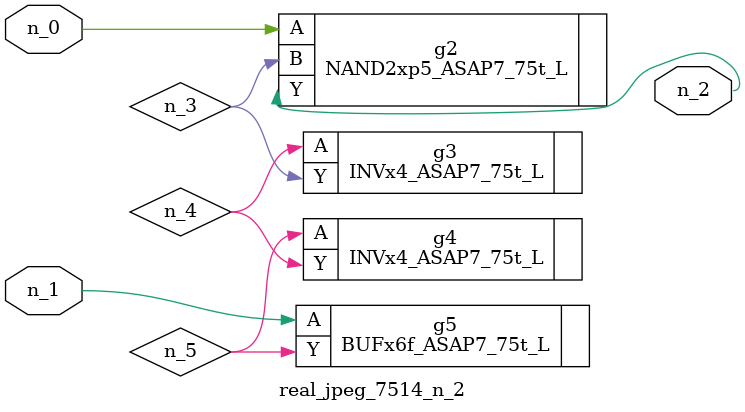
<source format=v>
module real_jpeg_7514_n_2 (n_1, n_0, n_2);

input n_1;
input n_0;

output n_2;

wire n_5;
wire n_4;
wire n_3;

NAND2xp5_ASAP7_75t_L g2 ( 
.A(n_0),
.B(n_3),
.Y(n_2)
);

BUFx6f_ASAP7_75t_L g5 ( 
.A(n_1),
.Y(n_5)
);

INVx4_ASAP7_75t_L g3 ( 
.A(n_4),
.Y(n_3)
);

INVx4_ASAP7_75t_L g4 ( 
.A(n_5),
.Y(n_4)
);


endmodule
</source>
